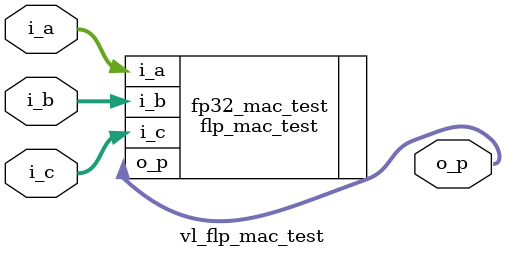
<source format=v>
/*
 * Copyright (c) 2020 The VxEngine Project. All rights reserved.
 *
 * Redistribution and use in source and binary forms, with or without
 * modification, are permitted provided that the following conditions
 * are met:
 * 1. Redistributions of source code must retain the above copyright
 *    notice, this list of conditions and the following disclaimer.
 * 2. Redistributions in binary form must reproduce the above copyright
 *    notice, this list of conditions and the following disclaimer in the
 *    documentation and/or other materials provided with the distribution.
 *
 * THIS SOFTWARE IS PROVIDED BY THE AUTHOR AND CONTRIBUTORS ``AS IS'' AND
 * ANY EXPRESS OR IMPLIED WARRANTIES, INCLUDING, BUT NOT LIMITED TO, THE
 * IMPLIED WARRANTIES OF MERCHANTABILITY AND FITNESS FOR A PARTICULAR PURPOSE
 * ARE DISCLAIMED.  IN NO EVENT SHALL THE AUTHOR OR CONTRIBUTORS BE LIABLE
 * FOR ANY DIRECT, INDIRECT, INCIDENTAL, SPECIAL, EXEMPLARY, OR CONSEQUENTIAL
 * DAMAGES (INCLUDING, BUT NOT LIMITED TO, PROCUREMENT OF SUBSTITUTE GOODS
 * OR SERVICES; LOSS OF USE, DATA, OR PROFITS; OR BUSINESS INTERRUPTION)
 * HOWEVER CAUSED AND ON ANY THEORY OF LIABILITY, WHETHER IN CONTRACT, STRICT
 * LIABILITY, OR TORT (INCLUDING NEGLIGENCE OR OTHERWISE) ARISING IN ANY WAY
 * OUT OF THE USE OF THIS SOFTWARE, EVEN IF ADVISED OF THE POSSIBILITY OF
 * SUCH DAMAGE.
 */

/*
 * Floating point multiply-accumulate logic test
 */

module vl_flp_mac_test(
	i_a,
	i_b,
	i_c,
	o_p
);
/* Inputs */
input wire [31:0]	i_a;
input wire [31:0]	i_b;
input wire [31:0]	i_c;
/* Outputs */
output wire [31:0]	o_p;


/* FP32 multiply-accumulate test instance */
flp_mac_test #(
	.EWIDTH(8),
	.SWIDTH(23),
	.RSWIDTH(23)
) fp32_mac_test (
	.i_a(i_a),
	.i_b(i_b),
	.i_c(i_c),
	.o_p(o_p)
);


endmodule /* vl_flp_mac_test */

</source>
